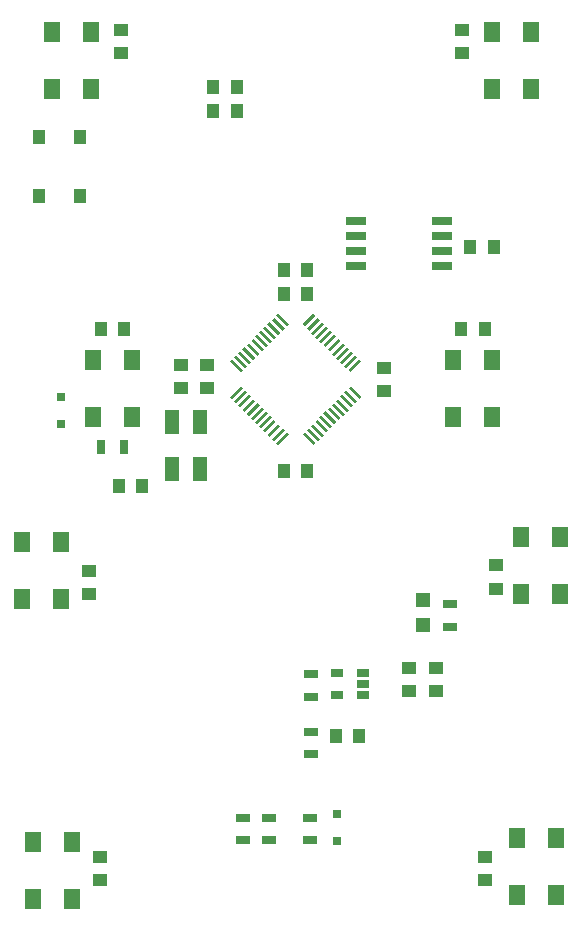
<source format=gtp>
G04 #@! TF.FileFunction,Paste,Top*
%FSLAX46Y46*%
G04 Gerber Fmt 4.6, Leading zero omitted, Abs format (unit mm)*
G04 Created by KiCad (PCBNEW 4.0.2+e4-6225~38~ubuntu16.04.1-stable) date Wed 15 Jun 2016 08:19:12 PM PDT*
%MOMM*%
G01*
G04 APERTURE LIST*
%ADD10C,0.100000*%
%ADD11R,1.250000X1.000000*%
%ADD12R,1.000000X1.250000*%
%ADD13R,1.700000X0.650000*%
%ADD14R,1.060000X0.650000*%
%ADD15R,1.300000X0.700000*%
%ADD16R,1.198880X1.198880*%
%ADD17R,1.400000X1.800000*%
%ADD18R,0.700000X1.300000*%
%ADD19R,0.650000X0.800000*%
%ADD20R,1.300000X2.000000*%
%ADD21R,1.100000X1.300000*%
G04 APERTURE END LIST*
D10*
D11*
X112000000Y-113750000D03*
X112000000Y-115750000D03*
D10*
G36*
X89608311Y-99658921D02*
X89431534Y-99482144D01*
X90350773Y-98562905D01*
X90527550Y-98739682D01*
X89608311Y-99658921D01*
X89608311Y-99658921D01*
G37*
G36*
X89961864Y-100012474D02*
X89785087Y-99835697D01*
X90704326Y-98916458D01*
X90881103Y-99093235D01*
X89961864Y-100012474D01*
X89961864Y-100012474D01*
G37*
G36*
X90315418Y-100366028D02*
X90138641Y-100189251D01*
X91057880Y-99270012D01*
X91234657Y-99446789D01*
X90315418Y-100366028D01*
X90315418Y-100366028D01*
G37*
G36*
X90668971Y-100719581D02*
X90492194Y-100542804D01*
X91411433Y-99623565D01*
X91588210Y-99800342D01*
X90668971Y-100719581D01*
X90668971Y-100719581D01*
G37*
G36*
X91022524Y-101073134D02*
X90845747Y-100896357D01*
X91764986Y-99977118D01*
X91941763Y-100153895D01*
X91022524Y-101073134D01*
X91022524Y-101073134D01*
G37*
G36*
X91376078Y-101426688D02*
X91199301Y-101249911D01*
X92118540Y-100330672D01*
X92295317Y-100507449D01*
X91376078Y-101426688D01*
X91376078Y-101426688D01*
G37*
G36*
X91729631Y-101780241D02*
X91552854Y-101603464D01*
X92472093Y-100684225D01*
X92648870Y-100861002D01*
X91729631Y-101780241D01*
X91729631Y-101780241D01*
G37*
G36*
X92083185Y-102133795D02*
X91906408Y-101957018D01*
X92825647Y-101037779D01*
X93002424Y-101214556D01*
X92083185Y-102133795D01*
X92083185Y-102133795D01*
G37*
G36*
X92436738Y-102487348D02*
X92259961Y-102310571D01*
X93179200Y-101391332D01*
X93355977Y-101568109D01*
X92436738Y-102487348D01*
X92436738Y-102487348D01*
G37*
G36*
X92790291Y-102840901D02*
X92613514Y-102664124D01*
X93532753Y-101744885D01*
X93709530Y-101921662D01*
X92790291Y-102840901D01*
X92790291Y-102840901D01*
G37*
G36*
X93143845Y-103194455D02*
X92967068Y-103017678D01*
X93886307Y-102098439D01*
X94063084Y-102275216D01*
X93143845Y-103194455D01*
X93143845Y-103194455D01*
G37*
G36*
X93497398Y-103548008D02*
X93320621Y-103371231D01*
X94239860Y-102451992D01*
X94416637Y-102628769D01*
X93497398Y-103548008D01*
X93497398Y-103548008D01*
G37*
G36*
X96679379Y-103371231D02*
X96502602Y-103548008D01*
X95583363Y-102628769D01*
X95760140Y-102451992D01*
X96679379Y-103371231D01*
X96679379Y-103371231D01*
G37*
G36*
X97032932Y-103017678D02*
X96856155Y-103194455D01*
X95936916Y-102275216D01*
X96113693Y-102098439D01*
X97032932Y-103017678D01*
X97032932Y-103017678D01*
G37*
G36*
X97386486Y-102664124D02*
X97209709Y-102840901D01*
X96290470Y-101921662D01*
X96467247Y-101744885D01*
X97386486Y-102664124D01*
X97386486Y-102664124D01*
G37*
G36*
X97740039Y-102310571D02*
X97563262Y-102487348D01*
X96644023Y-101568109D01*
X96820800Y-101391332D01*
X97740039Y-102310571D01*
X97740039Y-102310571D01*
G37*
G36*
X98093592Y-101957018D02*
X97916815Y-102133795D01*
X96997576Y-101214556D01*
X97174353Y-101037779D01*
X98093592Y-101957018D01*
X98093592Y-101957018D01*
G37*
G36*
X98447146Y-101603464D02*
X98270369Y-101780241D01*
X97351130Y-100861002D01*
X97527907Y-100684225D01*
X98447146Y-101603464D01*
X98447146Y-101603464D01*
G37*
G36*
X98800699Y-101249911D02*
X98623922Y-101426688D01*
X97704683Y-100507449D01*
X97881460Y-100330672D01*
X98800699Y-101249911D01*
X98800699Y-101249911D01*
G37*
G36*
X99154253Y-100896357D02*
X98977476Y-101073134D01*
X98058237Y-100153895D01*
X98235014Y-99977118D01*
X99154253Y-100896357D01*
X99154253Y-100896357D01*
G37*
G36*
X99507806Y-100542804D02*
X99331029Y-100719581D01*
X98411790Y-99800342D01*
X98588567Y-99623565D01*
X99507806Y-100542804D01*
X99507806Y-100542804D01*
G37*
G36*
X99861359Y-100189251D02*
X99684582Y-100366028D01*
X98765343Y-99446789D01*
X98942120Y-99270012D01*
X99861359Y-100189251D01*
X99861359Y-100189251D01*
G37*
G36*
X100214913Y-99835697D02*
X100038136Y-100012474D01*
X99118897Y-99093235D01*
X99295674Y-98916458D01*
X100214913Y-99835697D01*
X100214913Y-99835697D01*
G37*
G36*
X100568466Y-99482144D02*
X100391689Y-99658921D01*
X99472450Y-98739682D01*
X99649227Y-98562905D01*
X100568466Y-99482144D01*
X100568466Y-99482144D01*
G37*
G36*
X99649227Y-97396179D02*
X99472450Y-97219402D01*
X100391689Y-96300163D01*
X100568466Y-96476940D01*
X99649227Y-97396179D01*
X99649227Y-97396179D01*
G37*
G36*
X99295674Y-97042626D02*
X99118897Y-96865849D01*
X100038136Y-95946610D01*
X100214913Y-96123387D01*
X99295674Y-97042626D01*
X99295674Y-97042626D01*
G37*
G36*
X98942120Y-96689072D02*
X98765343Y-96512295D01*
X99684582Y-95593056D01*
X99861359Y-95769833D01*
X98942120Y-96689072D01*
X98942120Y-96689072D01*
G37*
G36*
X98588567Y-96335519D02*
X98411790Y-96158742D01*
X99331029Y-95239503D01*
X99507806Y-95416280D01*
X98588567Y-96335519D01*
X98588567Y-96335519D01*
G37*
G36*
X98235014Y-95981966D02*
X98058237Y-95805189D01*
X98977476Y-94885950D01*
X99154253Y-95062727D01*
X98235014Y-95981966D01*
X98235014Y-95981966D01*
G37*
G36*
X97881460Y-95628412D02*
X97704683Y-95451635D01*
X98623922Y-94532396D01*
X98800699Y-94709173D01*
X97881460Y-95628412D01*
X97881460Y-95628412D01*
G37*
G36*
X97527907Y-95274859D02*
X97351130Y-95098082D01*
X98270369Y-94178843D01*
X98447146Y-94355620D01*
X97527907Y-95274859D01*
X97527907Y-95274859D01*
G37*
G36*
X97174353Y-94921305D02*
X96997576Y-94744528D01*
X97916815Y-93825289D01*
X98093592Y-94002066D01*
X97174353Y-94921305D01*
X97174353Y-94921305D01*
G37*
G36*
X96820800Y-94567752D02*
X96644023Y-94390975D01*
X97563262Y-93471736D01*
X97740039Y-93648513D01*
X96820800Y-94567752D01*
X96820800Y-94567752D01*
G37*
G36*
X96467247Y-94214199D02*
X96290470Y-94037422D01*
X97209709Y-93118183D01*
X97386486Y-93294960D01*
X96467247Y-94214199D01*
X96467247Y-94214199D01*
G37*
G36*
X96113693Y-93860645D02*
X95936916Y-93683868D01*
X96856155Y-92764629D01*
X97032932Y-92941406D01*
X96113693Y-93860645D01*
X96113693Y-93860645D01*
G37*
G36*
X95760140Y-93507092D02*
X95583363Y-93330315D01*
X96502602Y-92411076D01*
X96679379Y-92587853D01*
X95760140Y-93507092D01*
X95760140Y-93507092D01*
G37*
G36*
X94416637Y-93330315D02*
X94239860Y-93507092D01*
X93320621Y-92587853D01*
X93497398Y-92411076D01*
X94416637Y-93330315D01*
X94416637Y-93330315D01*
G37*
G36*
X94063084Y-93683868D02*
X93886307Y-93860645D01*
X92967068Y-92941406D01*
X93143845Y-92764629D01*
X94063084Y-93683868D01*
X94063084Y-93683868D01*
G37*
G36*
X93709530Y-94037422D02*
X93532753Y-94214199D01*
X92613514Y-93294960D01*
X92790291Y-93118183D01*
X93709530Y-94037422D01*
X93709530Y-94037422D01*
G37*
G36*
X93355977Y-94390975D02*
X93179200Y-94567752D01*
X92259961Y-93648513D01*
X92436738Y-93471736D01*
X93355977Y-94390975D01*
X93355977Y-94390975D01*
G37*
G36*
X93002424Y-94744528D02*
X92825647Y-94921305D01*
X91906408Y-94002066D01*
X92083185Y-93825289D01*
X93002424Y-94744528D01*
X93002424Y-94744528D01*
G37*
G36*
X92648870Y-95098082D02*
X92472093Y-95274859D01*
X91552854Y-94355620D01*
X91729631Y-94178843D01*
X92648870Y-95098082D01*
X92648870Y-95098082D01*
G37*
G36*
X92295317Y-95451635D02*
X92118540Y-95628412D01*
X91199301Y-94709173D01*
X91376078Y-94532396D01*
X92295317Y-95451635D01*
X92295317Y-95451635D01*
G37*
G36*
X91941763Y-95805189D02*
X91764986Y-95981966D01*
X90845747Y-95062727D01*
X91022524Y-94885950D01*
X91941763Y-95805189D01*
X91941763Y-95805189D01*
G37*
G36*
X91588210Y-96158742D02*
X91411433Y-96335519D01*
X90492194Y-95416280D01*
X90668971Y-95239503D01*
X91588210Y-96158742D01*
X91588210Y-96158742D01*
G37*
G36*
X91234657Y-96512295D02*
X91057880Y-96689072D01*
X90138641Y-95769833D01*
X90315418Y-95593056D01*
X91234657Y-96512295D01*
X91234657Y-96512295D01*
G37*
G36*
X90881103Y-96865849D02*
X90704326Y-97042626D01*
X89785087Y-96123387D01*
X89961864Y-95946610D01*
X90881103Y-96865849D01*
X90881103Y-96865849D01*
G37*
G36*
X90527550Y-97219402D02*
X90350773Y-97396179D01*
X89431534Y-96476940D01*
X89608311Y-96300163D01*
X90527550Y-97219402D01*
X90527550Y-97219402D01*
G37*
D12*
X98400000Y-128200000D03*
X100400000Y-128200000D03*
D11*
X85250000Y-98750000D03*
X85250000Y-96750000D03*
D12*
X82000000Y-107000000D03*
X80000000Y-107000000D03*
X96000000Y-105750000D03*
X94000000Y-105750000D03*
D11*
X102500000Y-99000000D03*
X102500000Y-97000000D03*
X80200000Y-68400000D03*
X80200000Y-70400000D03*
D12*
X88000000Y-75250000D03*
X90000000Y-75250000D03*
X96000000Y-90750000D03*
X94000000Y-90750000D03*
D11*
X87500000Y-98750000D03*
X87500000Y-96750000D03*
D12*
X80500000Y-93750000D03*
X78500000Y-93750000D03*
X111000000Y-93750000D03*
X109000000Y-93750000D03*
D11*
X77500000Y-114200000D03*
X77500000Y-116200000D03*
X111000000Y-138400000D03*
X111000000Y-140400000D03*
X109100000Y-68400000D03*
X109100000Y-70400000D03*
D13*
X100100000Y-84595000D03*
X100100000Y-85865000D03*
X100100000Y-87135000D03*
X100100000Y-88405000D03*
X107400000Y-88405000D03*
X107400000Y-87135000D03*
X107400000Y-85865000D03*
X107400000Y-84595000D03*
D14*
X100700000Y-124750000D03*
X100700000Y-123800000D03*
X100700000Y-122850000D03*
X98500000Y-122850000D03*
X98500000Y-124750000D03*
D11*
X104600000Y-124400000D03*
X104600000Y-122400000D03*
D12*
X96000000Y-88750000D03*
X94000000Y-88750000D03*
D11*
X106900000Y-122400000D03*
X106900000Y-124400000D03*
D15*
X96300000Y-124850000D03*
X96300000Y-122950000D03*
X96300000Y-129750000D03*
X96300000Y-127850000D03*
X108100000Y-118950000D03*
X108100000Y-117050000D03*
D16*
X105800000Y-118749020D03*
X105800000Y-116650980D03*
D17*
X75140000Y-111800000D03*
X71840000Y-111800000D03*
X71840000Y-116600000D03*
X75140000Y-116600000D03*
X117400000Y-111350000D03*
X114100000Y-111350000D03*
X114100000Y-116150000D03*
X117400000Y-116150000D03*
X117000000Y-136850000D03*
X113700000Y-136850000D03*
X113700000Y-141650000D03*
X117000000Y-141650000D03*
X76050000Y-137200000D03*
X72750000Y-137200000D03*
X72750000Y-142000000D03*
X76050000Y-142000000D03*
X111650000Y-96350000D03*
X108350000Y-96350000D03*
X108350000Y-101150000D03*
X111650000Y-101150000D03*
X81150000Y-96350000D03*
X77850000Y-96350000D03*
X77850000Y-101150000D03*
X81150000Y-101150000D03*
X77650000Y-68600000D03*
X74350000Y-68600000D03*
X74350000Y-73400000D03*
X77650000Y-73400000D03*
X114900000Y-68600000D03*
X111600000Y-68600000D03*
X111600000Y-73400000D03*
X114900000Y-73400000D03*
D15*
X96250000Y-135100000D03*
X96250000Y-137000000D03*
X92750000Y-135100000D03*
X92750000Y-137000000D03*
X90500000Y-135100000D03*
X90500000Y-137000000D03*
D18*
X78550000Y-103750000D03*
X80450000Y-103750000D03*
D12*
X109750000Y-86750000D03*
X111750000Y-86750000D03*
X88000000Y-73250000D03*
X90000000Y-73250000D03*
D11*
X78400000Y-138400000D03*
X78400000Y-140400000D03*
D19*
X75100000Y-101800000D03*
X75100000Y-99490000D03*
X98500000Y-134790000D03*
X98500000Y-137100000D03*
D20*
X84500000Y-101600000D03*
X84500000Y-105600000D03*
X86900000Y-105600000D03*
X86900000Y-101600000D03*
D21*
X76750000Y-77500000D03*
X76750000Y-82500000D03*
X73250000Y-77500000D03*
X73250000Y-82500000D03*
M02*

</source>
